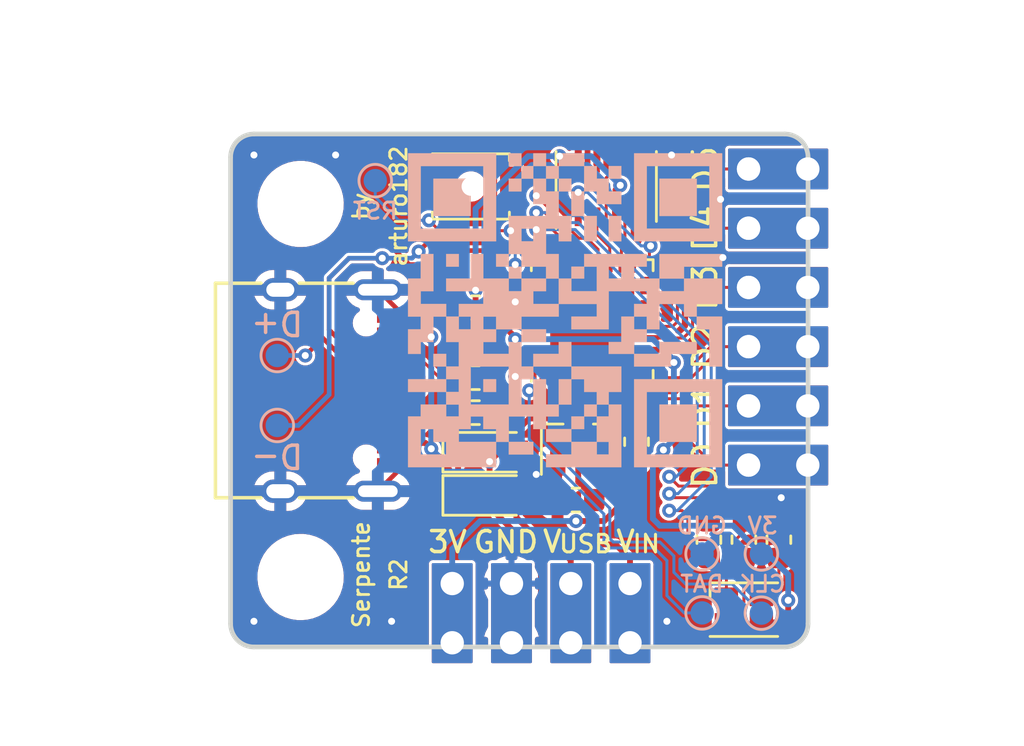
<source format=kicad_pcb>
(kicad_pcb (version 20221018) (generator pcbnew)
  (layers (0 "F.Cu" signal) (31 "B.Cu" signal) (34 "B.Paste" user) (35 "F.Paste" user) (36 "B.SilkS" user "B.Silkscreen") (37 "F.SilkS" user "F.Silkscreen") (38 "B.Mask" user) (39 "F.Mask" user) (44 "Edge.Cuts" user))
  (net 0 "")
  (net 1 "+5V")
  (net 2 "GND")
  (net 3 "+3V3")
  (net 4 "Net-(C4-Pad1)")
  (net 5 "VBUS")
  (net 6 "Net-(D3-Pad2)")
  (net 7 "Net-(D3-Pad1)")
  (net 8 "/USB_D+")
  (net 9 "Net-(J1-PadA5)")
  (net 10 "Net-(J1-PadB8)")
  (net 11 "/USB_D-")
  (net 12 "Net-(J1-PadB5)")
  (net 13 "Net-(J1-PadA8)")
  (net 14 "VIN")
  (net 15 "/GPIO5")
  (net 16 "/GPIO4")
  (net 17 "/GPIO3")
  (net 18 "/GPIO2")
  (net 19 "/GPIO1")
  (net 20 "/GPIO0")
  (net 21 "/LED_R")
  (net 22 "/LED_G")
  (net 23 "/LED_B")
  (net 24 "Net-(R6-Pad1)")
  (net 25 "Net-(TP2-Pad1)")
  (net 26 "/FLASH_SCK")
  (net 27 "/FLASH_MOSI")
  (net 28 "/FLASH_MISO")
  (net 29 "/FLASH_CS")
  (net 30 "Net-(U3-Pad27)")
  (net 31 "Net-(U3-Pad25)")
  (net 32 "Net-(U3-Pad15)")
  (net 33 "Net-(U3-Pad14)")
  (net 34 "Net-(U3-Pad13)")
  (net 35 "Net-(U3-Pad4)")
  (net 36 "Net-(U3-Pad3)")
  (net 37 "Net-(U3-Pad2)")
  (net 38 "Net-(U3-Pad1)")
  (net 39 "Net-(D3-Pad4)")
  (net 40 "/~{RESET}")
  (footprint "Capacitor_SMD:C_0603_1608Metric" (layer "F.Cu") (at 131.8 60.7)
    (fp_text reference "C1" hide)
    (fp_text value "1uF")
  )
  (footprint "Diode_SMD:D_SOD-323_HandSoldering" (layer "F.Cu") (at 128 58.65)
    (fp_text reference "D1" hide)
    (fp_text value "D_Schottky_Small")
  )
  (footprint "Connector_USB_Extra:USB_C_Receptacle_GT-USB-7010" (layer "F.Cu") (at 121 56 -90)
    (fp_text reference "J1" hide)
    (fp_text value "USB_C_Receptacle_USB2.0")
  )
  (footprint "Resistor_SMD:R_0603_1608Metric" (layer "F.Cu") (at 137.5 62.4 90)
    (fp_text reference "R1" hide)
    (fp_text value "360R")
  )
  (footprint "Resistor_SMD:R_0603_1608Metric" (layer "F.Cu") (at 139 62.4 90)
    (fp_text reference "R2" hide)
    (fp_text value "150R")
  )
  (footprint "Resistor_SMD:R_0603_1608Metric" (layer "F.Cu") (at 127.5 55.45 180)
    (fp_text reference "R4" hide)
    (fp_text value "5.1K")
  )
  (footprint "Resistor_SMD:R_0603_1608Metric" (layer "F.Cu") (at 127.5 56.95 180)
    (fp_text reference "R5" hide)
    (fp_text value "5.1K")
  )
  (footprint "Resistor_SMD:R_0603_1608Metric" (layer "F.Cu") (at 127.5 53.95 180)
    (fp_text reference "R6" hide)
    (fp_text value "1K")
  )
  (footprint "Button_Switch_SMD:SW_SPST_B3U-1000P-B" (layer "F.Cu") (at 127.3 47.25)
    (fp_text reference "SW1" hide)
    (fp_text value "SW_RESET")
  )
  (footprint "Package_SON_Extra:USON-8_3x4mm_P0.8mm" (layer "F.Cu") (at 133.1 47.25 90)
    (fp_text reference "U1" hide)
    (fp_text value "GD25Q32CNIGR")
  )
  (footprint "Package_TO_SOT_SMD:SOT-23" (layer "F.Cu") (at 131.9 58.2 90)
    (fp_text reference "U2" hide)
    (fp_text value "MCP1700-3302E_SOT23")
  )
  (footprint "MountingHole:MountingHole_3.2mm_M3" (layer "F.Cu") (at 120 64)
    (fp_text reference "REF**" hide)
    (fp_text value "MountingHole_3.2mm_M3")
  )
  (footprint "MountingHole:MountingHole_3.2mm_M3" (layer "F.Cu") (at 120 48)
    (fp_text reference "REF**" hide)
    (fp_text value "MountingHole_3.2mm_M3")
  )
  (footprint "Capacitor_SMD:C_0603_1608Metric" (layer "F.Cu") (at 127.5 52.45 180)
    (fp_text reference "C4" hide)
    (fp_text value "1uF")
  )
  (footprint "Capacitor_SMD:C_0603_1608Metric" (layer "F.Cu") (at 127.5 50.95 180)
    (fp_text reference "C2" hide)
    (fp_text value "0.1uF")
  )
  (footprint "Capacitor_SMD:C_0603_1608Metric" (layer "F.Cu") (at 134.4 58.2 90)
    (fp_text reference "C3" hide)
    (fp_text value "10uF")
  )
  (footprint "Package_DFN_QFN:QFN-32-1EP_5x5mm_P0.5mm_EP3.6x3.6mm" (layer "F.Cu") (at 132.5 53 90)
    (fp_text reference "U3" hide)
    (fp_text value "ATSAMD21E18A")
  )
  (footprint "LED_SMD:LED_Cree-PLCC4_2x2mm_CW" (layer "F.Cu") (at 139 65.4)
    (fp_text reference "D3" hide)
    (fp_text value "LED_RBAG")
  )
  (footprint "Diode_SMD:D_SOD-323_HandSoldering" (layer "F.Cu") (at 128 60.5)
    (fp_text reference "D2" hide)
    (fp_text value "D_Schottky_Small")
  )
  (footprint "Connector_PinHeader_2.54mm_Extra:PinHeader_1x06_P2.54mm_Vertical_Castellated" (layer "F.Cu") (at 139.2 46.5)
    (fp_text reference "J3" hide)
    (fp_text value "Conn_GPIO")
  )
  (footprint "Resistor_SMD:R_0603_1608Metric" (layer "F.Cu") (at 140.5 62.4 90)
    (fp_text reference "R3" hide)
    (fp_text value "150R")
  )
  (footprint "Connector_PinHeader_2.54mm_Extra:PinHeader_1x04_P2.54mm_Vertical_Castellated" (layer "F.Cu") (at 134.1191 64.2808 -90)
    (fp_text reference "J2" hide)
    (fp_text value "Conn_Power")
  )
  (footprint "TestPoint:TestPoint_Pad_D1.0mm" (layer "B.Cu") (at 137.21 63.01 180)
    (fp_text reference "TP4" hide)
    (fp_text value "TP_GND")
  )
  (footprint "serpente:qrcode" (layer "B.Cu") (at 131.318 52.578 180)
    (fp_text reference "G***" hide)
    (fp_text value "LOGO" hide)
  )
  (footprint "TestPoint:TestPoint_Pad_D1.0mm" (layer "B.Cu") (at 119 57.5)
    (fp_text reference "TP5" hide)
    (fp_text value "TP_USB_D-")
  )
  (footprint "TestPoint:TestPoint_Pad_D1.0mm" (layer "B.Cu") (at 119 54.5)
    (fp_text reference "TP6" hide)
    (fp_text value "TP_USB_D+")
  )
  (footprint "TestPoint:TestPoint_Pad_D1.0mm" (layer "B.Cu") (at 139.75 63.01 180)
    (fp_text reference "TP3" hide)
    (fp_text value "TP_VDD")
  )
  (footprint "TestPoint:TestPoint_Pad_D1.0mm" (layer "B.Cu") (at 137.21 65.54 180)
    (fp_text reference "TP2" hide)
    (fp_text value "TP_SWDIO")
  )
  (footprint "TestPoint:TestPoint_Pad_D1.0mm" (layer "B.Cu") (at 123.2 47)
    (fp_text reference "TP7" hide)
    (fp_text value "TP_RESET")
  )
  (footprint "TestPoint:TestPoint_Pad_D1.0mm" (layer "B.Cu") (at 139.75 65.55 180)
    (fp_text reference "TP1" hide)
    (fp_text value "TP_SWCLK")
  )
  (gr_line (start 140.75 67) (end 118 67) (stroke (width 0.2)) (layer "Edge.Cuts"))
  (gr_line (start 118 45) (end 140.75 45) (stroke (width 0.2)) (layer "Edge.Cuts"))
  (gr_arc (start 118 67) (mid 117.292893 66.707107) (end 117 66) (stroke (width 0.2)) (layer "Edge.Cuts"))
  (gr_line (start 141.75 46) (end 141.75 66) (stroke (width 0.2)) (layer "Edge.Cuts"))
  (gr_arc (start 141.75 66) (mid 141.457107 66.707107) (end 140.75 67) (stroke (width 0.2)) (layer "Edge.Cuts"))
  (gr_arc (start 117 46) (mid 117.292893 45.292893) (end 118 45) (stroke (width 0.2)) (layer "Edge.Cuts"))
  (gr_arc (start 140.75 45) (mid 141.457107 45.292893) (end 141.75 46) (stroke (width 0.2)) (layer "Edge.Cuts"))
  (gr_line (start 117 46) (end 117 66) (stroke (width 0.2)) (layer "Edge.Cuts"))
  (gr_text "+" (at 118.5 53.2 180) (layer "B.SilkS") (effects (font (size 1 1))))
  (gr_text "D" (at 119.6 58.8 180) (layer "B.SilkS") (effects (font (size 1 1))))
  (gr_text "CLK" (at 139.8 64.3) (layer "B.SilkS") (effects (font (size 0.7 0.7) (thickness 0.12)) (justify mirror)))
  (gr_text "DAT" (at 137.2 64.3) (layer "B.SilkS") (effects (font (size 0.7 0.7) (thickness 0.12)) (justify mirror)))
  (gr_text "GND" (at 137.2 61.8) (layer "B.SilkS") (effects (font (size 0.7 0.7) (thickness 0.12)) (justify mirror)))
  (gr_text "3V" (at 139.8 61.8) (layer "B.SilkS") (effects (font (size 0.7 0.7) (thickness 0.12)) (justify mirror)))
  (gr_text "RST" (at 123.2 48.3) (layer "B.SilkS") (effects (font (size 0.7 0.7) (thickness 0.12)) (justify mirror)))
  (gr_text "D" (at 119.6 53.1 180) (layer "B.SilkS") (effects (font (size 1 1))))
  (gr_text "-" (at 118.5 58.9 180) (layer "B.SilkS") (effects (font (size 1 1))))
  (gr_text "D4" (at 137.3346 49.0474 90) (layer "F.SilkS") (effects (font (size 1 1))))
  (gr_text "D3" (at 137.3346 51.5874 90) (layer "F.SilkS") (effects (font (size 1 1))))
  (gr_text "D2" (at 137.3346 54.1274 90) (layer "F.SilkS") (effects (font (size 1 1))))
  (gr_text "D1" (at 137.3346 56.6674 90) (layer "F.SilkS") (effects (font (size 1 1))))
  (gr_text "D0" (at 137.3346 59.2074 90) (layer "F.SilkS") (effects (font (size 1 1))))
  (gr_text "V" (at 130.7895 62.4808) (layer "F.SilkS") (effects (font (size 0.9 0.9))))
  (gr_text "GND" (at 128.8 62.5) (layer "F.SilkS") (effects (font (size 0.9 0.9))))
  (gr_text "V" (at 133.9295 62.4808) (layer "F.SilkS") (effects (font (size 0.9 0.9))))
  (gr_text "3V" (at 126.3 62.5) (layer "F.SilkS") (effects (font (size 0.9 0.9))))
  (gr_text "USB" (at 132.2191 62.5808) (layer "F.SilkS") (effects (font (size 0.75 0.75) (thickness 0.13))))
  (gr_text "IN" (at 134.8191 62.5808) (layer "F.SilkS") (effects (font (size 0.75 0.75) (thickness 0.13))))
  (gr_text "arturo182" (at 124.2 48.1 90) (layer "F.SilkS") (effects (font (size 0.7 0.7) (thickness 0.12))))
  (gr_text "R2" (at 124.2 63.9 90) (layer "F.SilkS") (effects (font (size 0.7 0.7) (thickness 0.12))))
  (gr_text "Serpente" (at 122.6 63.9 90) (layer "F.SilkS") (effects (font (size 0.7 0.7) (thickness 0.12))))
  (gr_text "by" (at 122.6 48.1 90) (layer "F.SilkS") (effects (font (size 0.7 0.7) (thickness 0.12))))
  (gr_text "D5" (at 137.3346 46.5074 90) (layer "F.SilkS") (effects (font (size 1 1))))
  (segment (start 129.2 57.8) (end 129.8 57.2) (width 0.25) (layer "F.Cu") (net 1))
  (segment (start 131.9 59.9125) (end 132.5875 60.6) (width 0.25) (layer "F.Cu") (net 1))
  (segment (start 129.8 57.2) (end 131.9 57.2) (width 0.25) (layer "F.Cu") (net 1))
  (segment (start 127.45 58.65) (end 128.3 57.8) (width 0.25) (layer "F.Cu") (net 1))
  (segment (start 126.75 58.65) (end 127.45 58.65) (width 0.25) (layer "F.Cu") (net 1))
  (segment (start 128.3 57.8) (end 129.2 57.8) (width 0.25) (layer "F.Cu") (net 1))
  (segment (start 126.75 58.65) (end 126.75 60.5) (width 0.25) (layer "F.Cu") (net 1))
  (segment (start 131.9 57.2) (end 131.9 59.9125) (width 0.25) (layer "F.Cu") (net 1))
  (segment (start 130.3 63.9) (end 130.3 64.8) (width 0.25) (layer "F.Cu") (net 2))
  (segment (start 129.0391 62.8391) (end 129.0391 66.64799) (width 0.25) (layer "F.Cu") (net 2))
  (segment (start 134.95 54.25) (end 135.45 54.25) (width 0.25) (layer "F.Cu") (net 2))
  (segment (start 129.55 52.75) (end 129.2 52.4) (width 0.25) (layer "F.Cu") (net 2))
  (segment (start 124.15 52.95) (end 124.15 52.65) (width 0.2) (layer "F.Cu") (net 2))
  (segment (start 124.35 52.75) (end 124.15 52.95) (width 0.25) (layer "F.Cu") (net 2))
  (segment (start 126.7125 50.95) (end 126.7125 52.45) (width 0.25) (layer "F.Cu") (net 2))
  (segment (start 130.241181 64.2808) (end 130.3 64.221981) (width 0.25) (layer "F.Cu") (net 2))
  (segment (start 130.1 59.6) (end 130.55 59.6) (width 0.25) (layer "F.Cu") (net 2))
  (segment (start 129.0391 64.2808) (end 127.837019 64.2808) (width 0.25) (layer "F.Cu") (net 2))
  (segment (start 124.15 59.05) (end 124.15 59.35) (width 0.2) (layer "F.Cu") (net 2))
  (segment (start 128.2875 55.45) (end 128.2875 56.95) (width 0.25) (layer "F.Cu") (net 2))
  (segment (start 124.15 59.48) (end 123.31 60.32) (width 0.2) (layer "F.Cu") (net 2))
  (segment (start 135.600001 54.099999) (end 136.500011 54.099999) (width 0.25) (layer "F.Cu") (net 2))
  (segment (start 130.05 52.75) (end 129.55 52.75) (width 0.25) (layer "F.Cu") (net 2))
  (segment (start 127.7 64.143781) (end 127.7 64.7) (width 0.25) (layer "F.Cu") (net 2))
  (segment (start 127.837019 64.2808) (end 127.7 64.143781) (width 0.25) (layer "F.Cu") (net 2))
  (segment (start 124.15 52.52) (end 123.31 51.68) (width 0.2) (layer "F.Cu") (net 2))
  (segment (start 129.0391 64.2808) (end 130.241181 64.2808) (width 0.25) (layer "F.Cu") (net 2))
  (segment (start 135.45 54.25) (end 135.600001 54.099999) (width 0.25) (layer "F.Cu") (net 2))
  (segment (start 129.2 52.4) (end 129.2 52.2) (width 0.25) (layer "F.Cu") (net 2))
  (via (at 135.7 65.9) (size 0.6) (drill 0.3) (layers "F.Cu" "B.Cu") (net 2))
  (via (at 138.1 50.3) (size 0.6) (drill 0.3) (layers "F.Cu" "B.Cu") (net 2))
  (via (at 130.1 59.6) (size 0.6) (drill 0.3) (layers "F.Cu" "B.Cu") (net 2))
  (via (at 135.9 45.9) (size 0.6) (drill 0.3) (layers "F.Cu" "B.Cu") (net 2))
  (via (at 123.9 65.9) (size 0.6) (drill 0.3) (layers "F.Cu" "B.Cu") (net 2))
  (via (at 140.6 60.6) (size 0.6) (drill 0.3) (layers "F.Cu" "B.Cu") (net 2))
  (via (at 118 45.9) (size 0.6) (drill 0.3) (layers "F.Cu" "B.Cu") (net 2))
  (via (at 129.2 52.2) (size 0.6) (drill 0.3) (layers "F.Cu" "B.Cu") (net 2))
  (via (at 121.5 45.9) (size 0.6) (drill 0.3) (layers "F.Cu" "B.Cu") (net 2))
  (via (at 138 47.8) (size 0.6) (drill 0.3) (layers "F.Cu" "B.Cu") (net 2))
  (via (at 118 65.9) (size 0.6) (drill 0.3) (layers "F.Cu" "B.Cu") (net 2))
  (segment (start 130.4 64.121981) (end 130.4 64.9) (width 0.25) (layer "B.Cu") (net 2))
  (segment (start 127.837019 64.2808) (end 127.7 64.143781) (width 0.25) (layer "B.Cu") (net 2))
  (segment (start 129.0391 64.2808) (end 129.0391 62.9609) (width 0.25) (layer "B.Cu") (net 2))
  (segment (start 129.0391 64.2808) (end 130.241181 64.2808) (width 0.25) (layer "B.Cu") (net 2))
  (segment (start 129.0391 64.2808) (end 127.837019 64.2808) (width 0.25) (layer "B.Cu") (net 2))
  (segment (start 127.7 64.143781) (end 127.7 64.9) (width 0.25) (layer "B.Cu") (net 2))
  (segment (start 130.241181 64.2808) (end 130.4 64.121981) (width 0.25) (layer "B.Cu") (net 2))
  (segment (start 133.6 59.2) (end 133.8 59.2) (width 0.25) (layer "F.Cu") (net 3))
  (segment (start 133.4 59.2) (end 133.6 59.2) (width 0.25) (layer "F.Cu") (net 3))
  (segment (start 126.4991 64.2808) (end 126.4991 66.64799) (width 0.25) (layer "F.Cu") (net 3))
  (segment (start 134.95 54.75) (end 135.95 54.75) (width 0.25) (layer "F.Cu") (net 3))
  (segment (start 133.5 48.55) (end 133.5 47.4) (width 0.25) (layer "F.Cu") (net 3))
  (segment (start 127.62299 53.22299) (end 127.5 53.1) (width 0.25) (layer "F.Cu") (net 3))
  (segment (start 128.701248 53.22299) (end 127.62299 53.22299) (width 0.25) (layer "F.Cu") (net 3))
  (segment (start 135.95 54.75) (end 136 54.8) (width 0.25) (layer "F.Cu") (net 3))
  (segment (start 127.5 53.1) (end 127.5 53.4) (width 0.25) (layer "F.Cu") (net 3))
  (segment (start 127.95 50.95) (end 127.5 51.4) (width 0.25) (layer "F.Cu") (net 3))
  (segment (start 131.9 46.6) (end 131.9 45.95) (width 0.25) (layer "F.Cu") (net 3))
  (segment (start 133.5 59.2) (end 133.6 59.3) (width 0.25) (layer "F.Cu") (net 3))
  (segment (start 129.2 53.8) (end 129.2 53.721742) (width 0.25) (layer "F.Cu") (net 3))
  (segment (start 135.1125 58.9875) (end 135.55 58.55) (width 0.25) (layer "F.Cu") (net 3))
  (segment (start 132.6 46.7) (end 132 46.7) (width 0.25) (layer "F.Cu") (net 3))
  (segment (start 132.7 45.95) (end 132.7 46.6) (width 0.25) (layer "F.Cu") (net 3))
  (segment (start 127.5 53.4) (end 126.95 53.95) (width 0.25) (layer "F.Cu") (net 3))
  (segment (start 131.1 46.374264) (end 131.425736 46.7) (width 0.25) (layer "F.Cu") (net 3))
  (segment (start 132.85 59.2) (end 133.4 59.2) (width 0.25) (layer "F.Cu") (net 3))
  (segment (start 127.5 51.4) (end 127.5 51.7) (width 0.25) (layer "F.Cu") (net 3))
  (segment (start 133.8 59.2) (end 134.1875 59.2) (width 0.25) (layer "F.Cu") (net 3))
  (segment (start 130.05 53.75) (end 129.25 53.75) (width 0.25) (layer "F.Cu") (net 3))
  (segment (start 133.6 61.014129) (end 133.6 59.3) (width 0.25) (layer "F.Cu") (net 3))
  (segment (start 132.7 46.6) (end 132.6 46.7) (width 0.25) (layer "F.Cu") (net 3))
  (segment (start 132 46.7) (end 131.9 46.6) (width 0.25) (layer "F.Cu") (net 3))
  (segment (start 131.8 61.6) (end 133.014129 61.6) (width 0.25) (layer "F.Cu") (net 3))
  (segment (start 127.5 51.7) (end 127.5 53.1) (width 0.25) (layer "F.Cu") (net 3))
  (segment (start 140.45 65.95) (end 139.75 65.95) (width 0.25) (layer "F.Cu") (net 3))
  (segment (start 131.425736 46.7) (end 132 46.7) (width 0.25) (layer "F.Cu") (net 3))
  (segment (start 129.25 53.75) (end 129.2 53.8) (width 0.25) (layer "F.Cu") (net 3))
  (segment (start 131.1 45.95) (end 131.1 46.374264) (width 0.25) (layer "F.Cu") (net 3))
  (segment (start 133.7 59.2) (end 133.6 59.3) (width 0.25) (layer "F.Cu") (net 3))
  (segment (start 133.6 59.3) (end 133.6 59.2) (width 0.25) (layer "F.Cu") (net 3))
  (segment (start 133.5 47.4) (end 133.7 47.2) (width 0.25) (layer "F.Cu") (net 3))
  (segment (start 134.4 58.9875) (end 135.1125 58.9875) (width 0.25) (layer "F.Cu") (net 3))
  (segment (start 140.9 65) (end 140.9 65.5) (width 0.25) (layer "F.Cu") (net 3))
  (segment (start 133.014129 61.6) (end 133.6 61.014129) (width 0.25) (layer "F.Cu") (net 3))
  (segment (start 129.2 53.721742) (end 128.701248 53.22299) (width 0.25) (layer "F.Cu") (net 3))
  (segment (start 140.9 65.5) (end 140.45 65.95) (width 0.25) (layer "F.Cu") (net 3))
  (via (at 127.5 51.7) (size 0.6) (drill 0.3) (layers "F.Cu" "B.Cu") (net 3))
  (via (at 140.9 65) (size 0.6) (drill 0.3) (layers "F.Cu" "B.Cu") (net 3))
  (via (at 131.8 61.6) (size 0.6) (drill 0.3) (layers "F.Cu" "B.Cu") (net 3))
  (via (at 135.55 58.55) (size 0.6) (drill 0.3) (layers "F.Cu" "B.Cu") (net 3))
  (via (at 133.7 47.2) (size 0.6) (drill 0.3) (layers "F.Cu" "B.Cu") (net 3))
  (via (at 136 54.8) (size 0.6) (drill 0.3) (layers "F.Cu" "B.Cu") (net 3))
  (via (at 129.2 53.8) (size 0.6) (drill 0.3) (layers "F.Cu" "B.Cu") (net 3))
  (via (at 131.1 45.95) (size 0.6) (drill 0.3) (layers "F.Cu" "B.Cu") (net 3))
  (segment (start 136 58.1) (end 136 54.8) (width 0.25) (layer "B.Cu") (net 3))
  (segment (start 140.01 63.01) (end 140.9 63.9) (width 0.25) (layer "B.Cu") (net 3))
  (segment (start 127.7 61.6) (end 131.8 61.6) (width 0.25) (layer "B.Cu") (net 3))
  (segment (start 127.5 48.2) (end 127.5 51.7) (width 0.25) (layer "B.Cu") (net 3))
  (segment (start 129.75 45.95) (end 127.5 48.2) (width 0.25) (layer "B.Cu") (net 3))
  (segment (start 140.9 63.9) (end 140.9 65) (width 0.25) (layer "B.Cu") (net 3))
  (segment (start 136 54.7) (end 135.1 53.8) (width 0.25) (layer "B.Cu") (net 3))
  (segment (start 135.1 59) (end 135.1 61.5) (width 0.25) (layer "B.Cu") (net 3))
  (segment (start 135.55 58.55) (end 135.1 59) (width 0.25) (layer "B.Cu") (net 3))
  (segment (start 126.4991 64.2808) (end 126.4991 62.8009) (width 0.25) (layer "B.Cu") (net 3))
  (segment (start 138.54 61.8) (end 139.75 63.01) (width 0.25) (layer "B.Cu") (net 3))
  (segment (start 135.1 53.8) (end 129.2 53.8) (width 0.25) (layer "B.Cu") (net 3))
  (segment (start 135.4 61.8) (end 138.54 61.8) (width 0.25) (layer "B.Cu") (net 3))
  (segment (start 136 54.8) (end 136 54.7) (width 0.25) (layer "B.Cu") (net 3))
  (segment (start 132.45 45.95) (end 131.1 45.95) (width 0.25) (layer "B.Cu") (net 3))
  (segment (start 126.4991 62.8009) (end 127.7 61.6) (width 0.25) (layer "B.Cu") (net 3))
  (segment (start 133.7 47.2) (end 132.45 45.95) (width 0.25) (layer "B.Cu") (net 3))
  (segment (start 135.1 61.5) (end 135.4 61.8) (width 0.25) (layer "B.Cu") (net 3))
  (segment (start 131.1 45.95) (end 129.75 45.95) (width 0.25) (layer "B.Cu") (net 3))
  (segment (start 135.55 58.55) (end 136 58.1) (width 0.25) (layer "B.Cu") (net 3))
  (segment (start 130.05 53.25) (end 129.46875 53.25) (width 0.127) (layer "F.Cu") (net 4))
  (segment (start 129.46875 53.25) (end 128.66875 52.45) (width 0.127) (layer "F.Cu") (net 4))
  (segment (start 131.5791 64.2808) (end 131.5791 66.64799) (width 0.25) (layer "F.Cu") (net 5))
  (segment (start 130.1 63) (end 131.3 63) (width 0.25) (layer "F.Cu") (net 5))
  (segment (start 125.55 53.75) (end 125.6 53.7) (width 0.25) (layer "F.Cu") (net 5))
  (segment (start 131.3 63) (end 131.5791 63.2791) (width 0.25) (layer "F.Cu") (net 5))
  (segment (start 125.35 58.25) (end 125.6 58.5) (width 0.25) (layer "F.Cu") (net 5))
  (segment (start 124.15 53.75) (end 125.55 53.75) (width 0.25) (layer "F.Cu") (net 5))
  (segment (start 124.15 58.25) (end 125.35 58.25) (width 0.25) (layer "F.Cu") (net 5))
  (segment (start 128.1 59.05) (end 128.1 61) (width 0.25) (layer "F.Cu") (net 5))
  (segment (start 124.15 58.55) (end 124.15 58.25) (width 0.25) (layer "F.Cu") (net 5))
  (segment (start 131.5791 63.2791) (end 131.5791 64.2808) (width 0.25) (layer "F.Cu") (net 5))
  (segment (start 129.25 58.65) (end 128.5 58.65) (width 0.25) (layer "F.Cu") (net 5))
  (segment (start 124.15 53.45) (end 124.15 53.75) (width 0.25) (layer "F.Cu") (net 5))
  (segment (start 128.5 58.65) (end 128.1 59.05) (width 0.25) (layer "F.Cu") (net 5))
  (segment (start 128.1 61) (end 130.1 63) (width 0.25) (layer "F.Cu") (net 5))
  (via (at 125.6 53.7) (size 0.6) (drill 0.3) (layers "F.Cu" "B.Cu") (net 5))
  (via (at 125.6 58.5) (size 0.6) (drill 0.3) (layers "F.Cu" "B.Cu") (net 5))
  (via (at 128.1 59.05) (size 0.6) (drill 0.3) (layers "F.Cu" "B.Cu") (net 5))
  (segment (start 125.6 58.5) (end 125.6 53.7) (width 0.25) (layer "B.Cu") (net 5))
  (segment (start 128.05 59.1) (end 128.1 59.05) (width 0.25) (layer "B.Cu") (net 5))
  (segment (start 126.2 59.1) (end 128.05 59.1) (width 0.25) (layer "B.Cu") (net 5))
  (segment (start 125.6 58.5) (end 126.2 59.1) (width 0.25) (layer "B.Cu") (net 5))
  (segment (start 140.5 64.2) (end 139.85 64.85) (width 0.127) (layer "F.Cu") (net 6))
  (segment (start 140.5 63.1875) (end 140.5 64.2) (width 0.127) (layer "F.Cu") (net 6))
  (segment (start 138.25 63.9375) (end 137.5 63.1875) (width 0.127) (layer "F.Cu") (net 7))
  (segment (start 138.25 64.85) (end 138.25 63.9375) (width 0.127) (layer "F.Cu") (net 7))
  (segment (start 122.9 55.925) (end 122.9 56.575) (width 0.2) (layer "F.Cu") (net 8))
  (segment (start 122.9 56.575) (end 123.075 56.75) (width 0.2) (layer "F.Cu") (net 8))
  (segment (start 125.95 50) (end 125.35 50.6) (width 0.2) (layer "F.Cu") (net 8))
  (segment (start 120.775 53.925) (end 120.775 53.575) (width 0.2) (layer "F.Cu") (net 8))
  (segment (start 124.654964 50.6) (end 123.852962 49.797998) (width 0.2) (layer "F.Cu") (net 8))
  (segment (start 122.002002 49.797998) (end 120.775 51.025) (width 0.2) (layer "F.Cu") (net 8))
  (segment (start 123.075 55.75) (end 122.95 55.75) (width 0.2) (layer "F.Cu") (net 8))
  (segment (start 122.95 55.75) (end 120.775 53.575) (width 0.2) (layer "F.Cu") (net 8))
  (segment (start 125.35 50.6) (end 124.654964 50.6) (width 0.2) (layer "F.Cu") (net 8))
  (segment (start 120.2 54.5) (end 120.775 53.925) (width 0.2) (layer "F.Cu") (net 8))
  (segment (start 124.15 55.75) (end 123.075 55.75) (width 0.2) (layer "F.Cu") (net 8))
  (segment (start 123.075 56.75) (end 124.15 56.75) (width 0.2) (layer "F.Cu") (net 8))
  (segment (start 130.75 50.15) (end 130.6 50) (width 0.2) (layer "F.Cu") (net 8))
  (segment (start 123.075 55.75) (end 122.9 55.925) (width 0.2) (layer "F.Cu") (net 8))
  (segment (start 123.852962 49.797998) (end 122.002002 49.797998) (width 0.2) (layer "F.Cu") (net 8))
  (segment (start 120.775 51.025) (end 120.775 53.575) (width 0.2) (layer "F.Cu") (net 8))
  (segment (start 130.6 50) (end 125.95 50) (width 0.2) (layer "F.Cu") (net 8))
  (via (at 120.2 54.5) (size 0.6) (drill 0.3) (layers "F.Cu" "B.Cu") (net 8))
  (segment (start 119 54.5) (end 120.2 54.5) (width 0.2) (layer "B.Cu") (net 8))
  (segment (start 124.15 54.75) (end 125.25 54.75) (width 0.127) (layer "F.Cu") (net 9))
  (segment (start 125.25 54.75) (end 125.95 55.45) (width 0.127) (layer "F.Cu") (net 9))
  (segment (start 125.95 55.45) (end 126.7125 55.45) (width 0.127) (layer "F.Cu") (net 9))
  (segment (start 124.15 55.25) (end 123.075 55.25) (width 0.2) (layer "F.Cu") (net 11))
  (segment (start 125.427013 49.672989) (end 130.872989 49.672989) (width 0.2) (layer "F.Cu") (net 11))
  (segment (start 125.054002 56.25) (end 124.15 56.25) (width 0.2) (layer "F.Cu") (net 11))
  (segment (start 125.252001 56.052001) (end 125.054002 56.25) (width 0.2) (layer "F.Cu") (net 11))
  (segment (start 130.872989 49.672989) (end 131.25 50.05) (width 0.2) (layer "F.Cu") (net 11))
  (segment (start 122.075 50.325) (end 123.500006 50.325) (width 0.2) (layer "F.Cu") (net 11))
  (segment (start 125.083602 55.25) (end 125.252001 55.418399) (width 0.2) (layer "F.Cu") (net 11))
  (segment (start 125.252001 55.418399) (end 125.252001 56.052001) (width 0.2) (layer "F.Cu") (net 11))
  (segment (start 121.225 51.175) (end 122.075 50.325) (width 0.2) (layer "F.Cu") (net 11))
  (segment (start 121.225 53.4) (end 121.225 51.175) (width 0.2) (layer "F.Cu") (net 11))
  (segment (start 123.075 55.25) (end 121.225 53.4) (width 0.2) (layer "F.Cu") (net 11))
  (segment (start 125.0591 50.040902) (end 125.427013 49.672989) (width 0.2) (layer "F.Cu") (net 11))
  (segment (start 124.15 55.25) (end 125.083602 55.25) (width 0.2) (layer "F.Cu") (net 11))
  (segment (start 131.25 50.05) (end 131.25 50.55) (width 0.2) (layer "F.Cu") (net 11))
  (via (at 123.500006 50.325) (size 0.6) (drill 0.3) (layers "F.Cu" "B.Cu") (net 11))
  (via (at 125.0591 50.040902) (size 0.6) (drill 0.3) (layers "F.Cu" "B.Cu") (net 11))
  (segment (start 121.225 51.175) (end 122.075 50.325) (width 0.2) (layer "B.Cu") (net 11))
  (segment (start 122.075 50.325) (end 123.500006 50.325) (width 0.2) (layer "B.Cu") (net 11))
  (segment (start 121.225 56.175) (end 121.225 51.175) (width 0.2) (layer "B.Cu") (net 11))
  (segment (start 119.9 57.5) (end 121.225 56.175) (width 0.2) (layer "B.Cu") (net 11))
  (segment (start 125.0591 50.040902) (end 125.059098 50.040902) (width 0.2) (layer "B.Cu") (net 11))
  (segment (start 119 57.5) (end 119.9 57.5) (width 0.2) (layer "B.Cu") (net 11))
  (segment (start 124.775 50.325) (end 123.500006 50.325) (width 0.2) (layer "B.Cu") (net 11))
  (segment (start 125.059098 50.040902) (end 124.775 50.325) (width 0.2) (layer "B.Cu") (net 11))
  (segment (start 125.95 56.95) (end 126.7125 56.95) (width 0.127) (layer "F.Cu") (net 12))
  (segment (start 124.15 57.75) (end 125.15 57.75) (width 0.127) (layer "F.Cu") (net 12))
  (segment (start 125.15 57.75) (end 125.95 56.95) (width 0.127) (layer "F.Cu") (net 12))
  (segment (start 134.1191 64.2808) (end 134.1191 66.64799) (width 0.25) (layer "F.Cu") (net 14))
  (segment (start 133.5 62.6) (end 130.4 62.6) (width 0.25) (layer "F.Cu") (net 14))
  (segment (start 129.25 61.45) (end 129.25 60.5) (width 0.25) (layer "F.Cu") (net 14))
  (segment (start 130.4 62.6) (end 129.25 61.45) (width 0.25) (layer "F.Cu") (net 14))
  (segment (start 134.1191 63.2191) (end 133.5 62.6) (width 0.25) (layer "F.Cu") (net 14))
  (segment (start 134.1191 64.2808) (end 134.1191 63.2191) (width 0.25) (layer "F.Cu") (net 14))
  (segment (start 138.15 46.5) (end 141.75949 46.5) (width 0.127) (layer "F.Cu") (net 15))
  (segment (start 138.1 46.5) (end 138.15 46.5) (width 0.127) (layer "F.Cu") (net 15))
  (segment (start 136.15 53.05) (end 136.15 48.45) (width 0.127) (layer "F.Cu") (net 15))
  (segment (start 134.95 53.25) (end 135.95 53.25) (width 0.127) (layer "F.Cu") (net 15))
  (segment (start 136.15 48.45) (end 138.1 46.5) (width 0.127) (layer "F.Cu") (net 15))
  (segment (start 135.95 53.25) (end 136.15 53.05) (width 0.127) (layer "F.Cu") (net 15))
  (segment (start 136.8 53.353812) (end 136.403812 53.75) (width 0.127) (layer "F.Cu") (net 16))
  (segment (start 136.8 49.8) (end 136.8 53.353812) (width 0.127) (layer "F.Cu") (net 16))
  (segment (start 141.75949 49.04) (end 137.56 49.04) (width 0.127) (layer "F.Cu") (net 16))
  (segment (start 137.56 49.04) (end 136.8 49.8) (width 0.127) (layer "F.Cu") (net 16))
  (segment (start 136.403812 53.75) (end 134.95 53.75) (width 0.127) (layer "F.Cu") (net 16))
  (segment (start 139.5 51.58) (end 141.75949 51.58) (width 0.127) (layer "F.Cu") (net 17))
  (segment (start 137.7 51.877919) (end 137.7 54) (width 0.127) (layer "F.Cu") (net 17))
  (segment (start 137.7 54) (end 136.25 55.45) (width 0.127) (layer "F.Cu") (net 17))
  (segment (start 139.2 51.58) (end 137.997919 51.58) (width 0.127) (layer "F.Cu") (net 17))
  (segment (start 137.997919 51.58) (end 137.7 51.877919) (width 0.127) (layer "F.Cu") (net 17))
  (segment (start 136.25 55.45) (end 134.25 55.45) (width 0.127) (layer "F.Cu") (net 17))
  (segment (start 133.9 56.1) (end 136.1 56.1) (width 0.127) (layer "F.Cu") (net 18))
  (segment (start 138.08 54.12) (end 136.1 56.1) (width 0.127) (layer "F.Cu") (net 18))
  (segment (start 141.75949 54.12) (end 138.08 54.12) (width 0.127) (layer "F.Cu") (net 18))
  (segment (start 133.75 55.45) (end 133.75 55.95) (width 0.127) (layer "F.Cu") (net 18))
  (segment (start 133.75 55.95) (end 133.9 56.1) (width 0.127) (layer "F.Cu") (net 18))
  (segment (start 133.65401 56.35401) (end 133.25 55.95) (width 0.127) (layer "F.Cu") (net 19))
  (segment (start 136.35401 56.35401) (end 133.65401 56.35401) (width 0.127) (layer "F.Cu") (net 19))
  (segment (start 141.75949 56.66) (end 136.66 56.66) (width 0.127) (layer "F.Cu") (net 19))
  (segment (start 133.25 55.95) (end 133.25 55.45) (width 0.127) (layer "F.Cu") (net 19))
  (segment (start 136.66 56.66) (end 136.35401 56.35401) (width 0.127) (layer "F.Cu") (net 19))
  (segment (start 137.7 59.2) (end 141.75949 59.2) (width 0.127) (layer "F.Cu") (net 20))
  (segment (start 133.366858 56.633142) (end 135.133142 56.633142) (width 0.127) (layer "F.Cu") (net 20))
  (segment (start 132.75 56.016284) (end 133.366858 56.633142) (width 0.127) (layer "F.Cu") (net 20))
  (segment (start 135.133142 56.633142) (end 137.7 59.2) (width 0.127) (layer "F.Cu") (net 20))
  (segment (start 132.75 55.45) (end 132.75 56.016284) (width 0.127) (layer "F.Cu") (net 20))
  (segment (start 132.25 49.95) (end 132.05 49.75) (width 0.127) (layer "F.Cu") (net 21))
  (segment (start 130.472997 48.372997) (end 130.1 48.372997) (width 0.127) (layer "F.Cu") (net 21))
  (segment (start 132.25 50.55) (end 132.25 49.95) (width 0.127) (layer "F.Cu") (net 21))
  (segment (start 135.972997 60.6) (end 137.1 60.6) (width 0.127) (layer "F.Cu") (net 21))
  (segment (start 137.5 61) (end 137.5 61.6125) (width 0.127) (layer "F.Cu") (net 21))
  (segment (start 131.85 49.75) (end 130.472997 48.372997) (width 0.127) (layer "F.Cu") (net 21))
  (segment (start 132.05 49.75) (end 131.85 49.75) (width 0.127) (layer "F.Cu") (net 21))
  (segment (start 137.1 60.6) (end 137.5 61) (width 0.127) (layer "F.Cu") (net 21))
  (segment (start 135.8 60.427003) (end 135.972997 60.6) (width 0.127) (layer "F.Cu") (net 21))
  (via (at 130.1 48.372997) (size 0.6) (drill 0.3) (layers "F.Cu" "B.Cu") (net 21))
  (via (at 135.8 60.427003) (size 0.6) (drill 0.3) (layers "F.Cu" "B.Cu") (net 21))
  (segment (start 137.3 54.2) (end 131.9 48.8) (width 0.127) (layer "B.Cu") (net 21))
  (segment (start 130.772997 48.372997) (end 130.1 48.372997) (width 0.127) (layer "B.Cu") (net 21))
  (segment (start 131.9 48.8) (end 131.2 48.8) (width 0.127) (layer "B.Cu") (net 21))
  (segment (start 137.3 59.3) (end 137.3 54.2) (width 0.127) (layer "B.Cu") (net 21))
  (segment (start 135.8 60.427003) (end 136.172997 60.427003) (width 0.127) (layer "B.Cu") (net 21))
  (segment (start 136.172997 60.427003) (end 137.3 59.3) (width 0.127) (layer "B.Cu") (net 21))
  (segment (start 131.2 48.8) (end 130.772997 48.372997) (width 0.127) (layer "B.Cu") (net 21))
  (segment (start 130.105218 47.645994) (end 130.1 47.645994) (width 0.127) (layer "F.Cu") (net 22))
  (segment (start 136.6 62.2) (end 136.6 61.4) (width 0.127) (layer "F.Cu") (net 22))
  (segment (start 139 62.05) (end 138.65 62.4) (width 0.127) (layer "F.Cu") (net 22))
  (segment (start 132.270388 49.470388) (end 131.929612 49.470388) (width 0.127) (layer "F.Cu") (net 22))
  (segment (start 138.65 62.4) (end 136.8 62.4) (width 0.127) (layer "F.Cu") (net 22))
  (segment (start 136.354006 61.154006) (end 135.8 61.154006) (width 0.127) (layer "F.Cu") (net 22))
  (segment (start 131.929612 49.470388) (end 130.105218 47.645994) (width 0.127) (layer "F.Cu") (net 22))
  (segment (start 139 61.6125) (end 139 62.05) (width 0.127) (layer "F.Cu") (net 22))
  (segment (start 136.6 61.4) (end 136.354006 61.154006) (width 0.127) (layer "F.Cu") (net 22))
  (segment (start 136.8 62.4) (end 136.6 62.2) (width 0.127) (layer "F.Cu") (net 22))
  (segment (start 132.75 49.95) (end 132.270388 49.470388) (width 0.127) (layer "F.Cu") (net 22))
  (segment (start 132.75 50.55) (end 132.75 49.95) (width 0.127) (layer "F.Cu") (net 22))
  (via (at 130.1 47.645994) (size 0.6) (drill 0.3) (layers "F.Cu" "B.Cu") (net 22))
  (via (at 135.8 61.154006) (size 0.6) (drill 0.3) (layers "F.Cu" "B.Cu") (net 22))
  (segment (start 137.6 54.1) (end 132 48.5) (width 0.127) (layer "B.Cu") (net 22))
  (segment (start 137.6 59.7) (end 137.6 54.1) (width 0.127) (layer "B.Cu") (net 22))
  (segment (start 132 48.5) (end 131.5 48.5) (width 0.127) (layer "B.Cu") (net 22))
  (segment (start 130.645994 47.645994) (end 130.1 47.645994) (width 0.127) (layer "B.Cu") (net 22))
  (segment (start 131.5 48.5) (end 130.645994 47.645994) (width 0.127) (layer "B.Cu") (net 22))
  (segment (start 135.8 61.154006) (end 136.145994 61.154006) (width 0.127) (layer "B.Cu") (net 22))
  (segment (start 136.145994 61.154006) (end 137.6 59.7) (width 0.127) (layer "B.Cu") (net 22))
  (segment (start 130.8 49.1) (end 130.1 49.1) (width 0.127) (layer "F.Cu") (net 23))
  (segment (start 139.5875 60.7) (end 138.3 60.7) (width 0.127) (layer "F.Cu") (net 23))
  (segment (start 140.5 61.6125) (end 139.5875 60.7) (width 0.127) (layer "F.Cu") (net 23))
  (segment (start 137.7 60.1) (end 136.2 60.1) (width 0.127) (layer "F.Cu") (net 23))
  (segment (start 131.75 50.55) (end 131.75 50.05) (width 0.127) (layer "F.Cu") (net 23))
  (segment (start 131.75 50.05) (end 130.8 49.1) (width 0.127) (layer "F.Cu") (net 23))
  (segment (start 136.2 60.1) (end 135.8 59.7) (width 0.127) (layer "F.Cu") (net 23))
  (segment (start 138.3 60.7) (end 137.7 60.1) (width 0.127) (layer "F.Cu") (net 23))
  (via (at 130.1 49.1) (size 0.6) (drill 0.3) (layers "F.Cu" "B.Cu") (net 23))
  (via (at 135.8 59.7) (size 0.6) (drill 0.3) (layers "F.Cu" "B.Cu") (net 23))
  (segment (start 137 58.8) (end 137 54.329612) (width 0.127) (layer "B.Cu") (net 23))
  (segment (start 135.8 59.7) (end 136.1 59.7) (width 0.127) (layer "B.Cu") (net 23))
  (segment (start 137 54.329612) (end 131.770388 49.1) (width 0.127) (layer "B.Cu") (net 23))
  (segment (start 136.1 59.7) (end 137 58.8) (width 0.127) (layer "B.Cu") (net 23))
  (segment (start 131.770388 49.1) (end 130.1 49.1) (width 0.127) (layer "B.Cu") (net 23))
  (segment (start 129.2 54.5) (end 129.2 55.5) (width 0.127) (layer "F.Cu") (net 24))
  (segment (start 130.05 54.25) (end 129.45 54.25) (width 0.127) (layer "F.Cu") (net 24))
  (segment (start 128.8375 54.5) (end 129.2 54.5) (width 0.127) (layer "F.Cu") (net 24))
  (segment (start 128.2875 53.95) (end 128.8375 54.5) (width 0.127) (layer "F.Cu") (net 24))
  (segment (start 129.45 54.25) (end 129.2 54.5) (width 0.127) (layer "F.Cu") (net 24))
  (via (at 129.2 55.4) (size 0.6) (drill 0.3) (layers "F.Cu" "B.Cu") (net 24))
  (segment (start 136.5 64.3) (end 138.5 64.3) (width 0.127) (layer "B.Cu") (net 24))
  (segment (start 130.4 55.874058) (end 129.925942 55.4) (width 0.127) (layer "B.Cu") (net 24))
  (segment (start 130.4 58.2) (end 130.4 55.874058) (width 0.127) (layer "B.Cu") (net 24))
  (segment (start 136 63.1) (end 135.4 62.5) (width 0.127) (layer "B.Cu") (net 24))
  (segment (start 135.4 62.5) (end 133.4 62.5) (width 0.127) (layer "B.Cu") (net 24))
  (segment (start 139.75 65.55) (end 138.5 64.3) (width 0.127) (layer "B.Cu") (net 24))
  (segment (start 129.925942 55.4) (end 129.2 55.4) (width 0.127) (layer "B.Cu") (net 24))
  (segment (start 133.4 62.5) (end 133.25401 62.35401) (width 0.127) (layer "B.Cu") (net 24))
  (segment (start 136 63.8) (end 136 63.1) (width 0.127) (layer "B.Cu") (net 24))
  (segment (start 136.5 64.3) (end 136 63.8) (width 0.127) (layer "B.Cu") (net 24))
  (segment (start 133.25401 62.35401) (end 133.25401 61.05401) (width 0.127) (layer "B.Cu") (net 24))
  (segment (start 133.25401 61.05401) (end 130.4 58.2) (width 0.127) (layer "B.Cu") (net 24))
  (segment (start 130.05 55.75) (end 129.8 56) (width 0.127) (layer "F.Cu") (net 25))
  (segment (start 130.05 54.75) (end 130.05 55.75) (width 0.127) (layer "F.Cu") (net 25))
  (via (at 129.8 56) (size 0.6) (drill 0.3) (layers "F.Cu" "B.Cu") (net 25))
  (segment (start 133 61.3) (end 133 62.5) (width 0.127) (layer "B.Cu") (net 25))
  (segment (start 136.44 65.54) (end 137.21 65.54) (width 0.127) (layer "B.Cu") (net 25))
  (segment (start 135.7 64.8) (end 136.44 65.54) (width 0.127) (layer "B.Cu") (net 25))
  (segment (start 129.8 56) (end 129.8 58.1) (width 0.127) (layer "B.Cu") (net 25))
  (segment (start 129.8 58.1) (end 133 61.3) (width 0.127) (layer "B.Cu") (net 25))
  (segment (start 135.15401 62.75401) (end 135.7 63.3) (width 0.127) (layer "B.Cu") (net 25))
  (segment (start 133 62.5) (end 133.25401 62.75401) (width 0.127) (layer "B.Cu") (net 25))
  (segment (start 133.25401 62.75401) (end 135.15401 62.75401) (width 0.127) (layer "B.Cu") (net 25))
  (segment (start 135.7 63.3) (end 135.7 64.8) (width 0.127) (layer "B.Cu") (net 25))
  (segment (start 133.75 49.85) (end 133.1 49.2) (width 0.127) (layer "F.Cu") (net 26))
  (segment (start 133.1 46.877) (end 133.5 46.477) (width 0.127) (layer "F.Cu") (net 26))
  (segment (start 133.5 46.477) (end 133.5 45.95) (width 0.127) (layer "F.Cu") (net 26))
  (segment (start 133.1 49.2) (end 133.1 46.877) (width 0.127) (layer "F.Cu") (net 26))
  (segment (start 133.75 50.55) (end 133.75 49.85) (width 0.127) (layer "F.Cu") (net 26))
  (segment (start 133.9 48) (end 134.3 47.6) (width 0.127) (layer "F.Cu") (net 27))
  (segment (start 134.3 47.6) (end 134.3 45.95) (width 0.127) (layer "F.Cu") (net 27))
  (segment (start 134.25 49.821451) (end 133.9 49.471451) (width 0.127) (layer "F.Cu") (net 27))
  (segment (start 134.25 50.55) (end 134.25 49.821451) (width 0.127) (layer "F.Cu") (net 27))
  (segment (start 133.9 49.471451) (end 133.9 48) (width 0.127) (layer "F.Cu") (net 27))
  (segment (start 132.7 49.3) (end 132.7 48.55) (width 0.127) (layer "F.Cu") (net 28))
  (segment (start 133.25 49.85) (end 132.7 49.3) (width 0.127) (layer "F.Cu") (net 28))
  (segment (start 133.25 50.55) (end 133.25 49.85) (width 0.127) (layer "F.Cu") (net 28))
  (segment (start 134.95 51.25) (end 134.95 49.85) (width 0.127) (layer "F.Cu") (net 29))
  (segment (start 134.95 49.85) (end 135 49.8) (width 0.127) (layer "F.Cu") (net 29))
  (segment (start 131.9 47.5) (end 131.9 48.55) (width 0.127) (layer "F.Cu") (net 29))
  (via (at 131.9 47.5) (size 0.6) (drill 0.3) (layers "F.Cu" "B.Cu") (net 29))
  (via (at 135 49.8) (size 0.6) (drill 0.3) (layers "F.Cu" "B.Cu") (net 29))
  (segment (start 135 49.8) (end 134.6 49.8) (width 0.127) (layer "B.Cu") (net 29))
  (segment (start 134.6 49.8) (end 132.3 47.5) (width 0.127) (layer "B.Cu") (net 29))
  (segment (start 132.3 47.5) (end 131.9 47.5) (width 0.127) (layer "B.Cu") (net 29))
  (segment (start 139 63.1875) (end 139 65.7) (width 0.127) (layer "F.Cu") (net 39))
  (segment (start 139 65.7) (end 138.75 65.95) (width 0.127) (layer "F.Cu") (net 39))
  (segment (start 129 49.145989) (end 129 47.25) (width 0.127) (layer "F.Cu") (net 40))
  (segment (start 129.55 51.75) (end 129.2 51.4) (width 0.127) (layer "F.Cu") (net 40))
  (segment (start 129.2 51.4) (end 129.2 50.6) (width 0.127) (layer "F.Cu") (net 40))
  (segment (start 130.05 51.75) (end 129.55 51.75) (width 0.127) (layer "F.Cu") (net 40))
  (segment (start 125.945989 49.145989) (end 125.5 48.7) (width 0.127) (layer "F.Cu") (net 40))
  (segment (start 129 49.145989) (end 125.945989 49.145989) (width 0.127) (layer "F.Cu") (net 40))
  (via (at 125.5 48.7) (size 0.6) (drill 0.3) (layers "F.Cu" "B.Cu") (net 40))
  (via (at 129 49.145989) (size 0.6) (drill 0.3) (layers "F.Cu" "B.Cu") (net 40))
  (via (at 129.2 50.6) (size 0.6) (drill 0.3) (layers "F.Cu" "B.Cu") (net 40))
  (segment (start 124.2 48.7) (end 123.2 47.7) (width 0.127) (layer "B.Cu") (net 40))
  (segment (start 125.5 48.7) (end 124.2 48.7) (width 0.127) (layer "B.Cu") (net 40))
  (segment (start 129.2 49.345989) (end 129 49.145989) (width 0.127) (layer "B.Cu") (net 40))
  (segment (start 129.2 50.6) (end 129.2 49.345989) (width 0.127) (layer "B.Cu") (net 40))
  (segment (start 123.2 47.7) (end 123.2 47) (width 0.127) (layer "B.Cu") (net 40))
  (zone (net 2) (net_name "GND") (layer "F.Cu") (connect_pads (clearance 0.127)) (min_thickness 0.2) (fill yes (thermal_gap 0.35) (thermal_bridge_width 0.508))
    (polygon (pts (xy 116 44) (xy 144 44) (xy 144 68) (xy 116 68)))
  )
  (zone (net 2) (net_name "GND") (layer "B.Cu") (connect_pads (clearance 0.127)) (min_thickness 0.2) (fill yes (thermal_gap 0.35) (thermal_bridge_width 0.508))
    (polygon (pts (xy 116 44) (xy 144 44) (xy 144 68) (xy 116 68)))
  )
)
</source>
